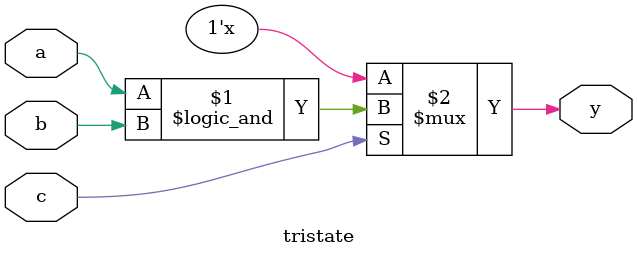
<source format=v>
module tristate (
	input a, b, c,
	output y
);

assign y = c ? a && b : 1'bz;

endmodule

</source>
